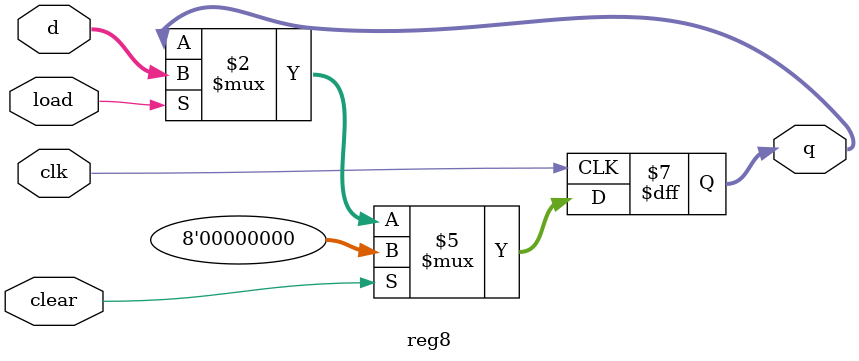
<source format=v>
module reg8 # (parameter WIDTH = 8)
(input clk, clear, load,
input [WIDTH-1:0] d,
output reg [WIDTH-1:0] q);

always @ (posedge clk) begin
	if (clear) q <= 0;
	else if (load) q <= d;
end

endmodule
</source>
